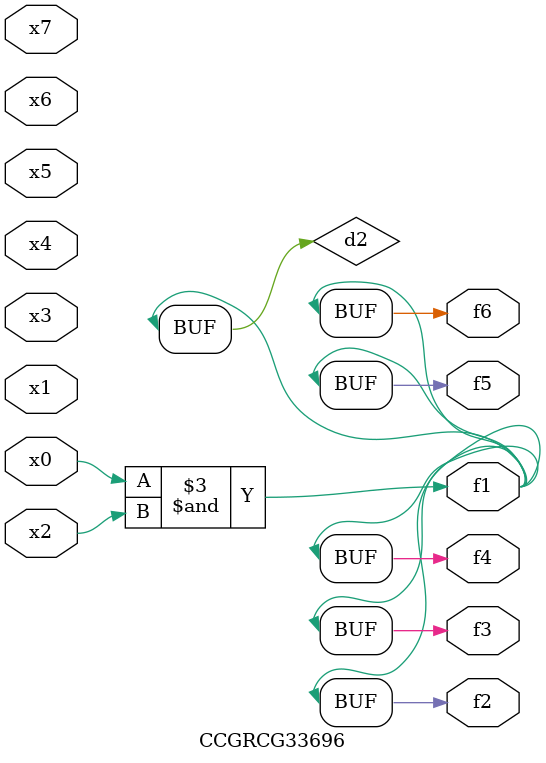
<source format=v>
module CCGRCG33696(
	input x0, x1, x2, x3, x4, x5, x6, x7,
	output f1, f2, f3, f4, f5, f6
);

	wire d1, d2;

	nor (d1, x3, x6);
	and (d2, x0, x2);
	assign f1 = d2;
	assign f2 = d2;
	assign f3 = d2;
	assign f4 = d2;
	assign f5 = d2;
	assign f6 = d2;
endmodule

</source>
